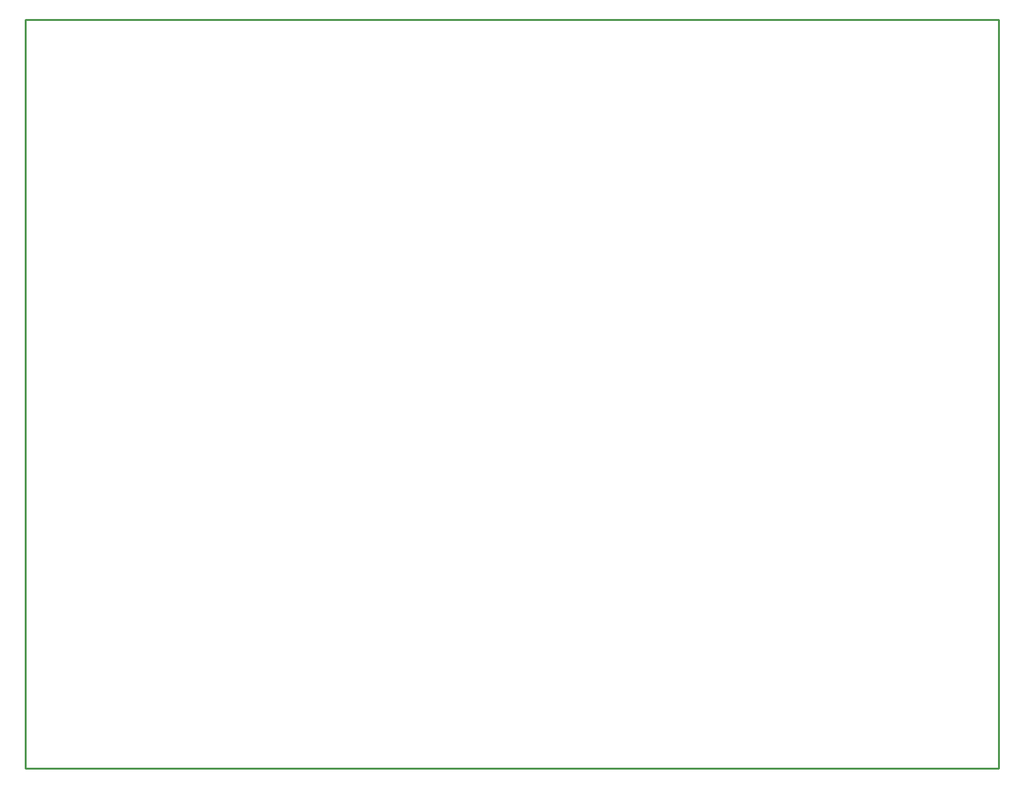
<source format=gm1>
%FSLAX24Y24*%
%MOIN*%
G70*
G01*
G75*
G04 Layer_Color=16711935*
%ADD10R,0.0413X0.0551*%
%ADD11C,0.0591*%
%ADD12C,0.1969*%
%ADD13C,0.0394*%
%ADD14C,0.0197*%
%ADD15C,0.0118*%
%ADD16C,0.2362*%
%ADD17C,0.1575*%
%ADD18C,0.0787*%
%ADD19C,0.1181*%
%ADD20C,0.0100*%
%ADD21C,0.2559*%
%ADD22C,0.0591*%
%ADD23C,0.1181*%
%ADD24C,0.0748*%
%ADD25C,0.0630*%
%ADD26C,0.1575*%
%ADD27C,0.0669*%
G04:AMPARAMS|DCode=28|XSize=59.1mil|YSize=59.1mil|CornerRadius=0mil|HoleSize=0mil|Usage=FLASHONLY|Rotation=90.000|XOffset=0mil|YOffset=0mil|HoleType=Round|Shape=Octagon|*
%AMOCTAGOND28*
4,1,8,0.0148,0.0295,-0.0148,0.0295,-0.0295,0.0148,-0.0295,-0.0148,-0.0148,-0.0295,0.0148,-0.0295,0.0295,-0.0148,0.0295,0.0148,0.0148,0.0295,0.0*
%
%ADD28OCTAGOND28*%

G04:AMPARAMS|DCode=29|XSize=118.1mil|YSize=118.1mil|CornerRadius=0mil|HoleSize=0mil|Usage=FLASHONLY|Rotation=0.000|XOffset=0mil|YOffset=0mil|HoleType=Round|Shape=Octagon|*
%AMOCTAGOND29*
4,1,8,0.0591,-0.0295,0.0591,0.0295,0.0295,0.0591,-0.0295,0.0591,-0.0591,0.0295,-0.0591,-0.0295,-0.0295,-0.0591,0.0295,-0.0591,0.0591,-0.0295,0.0*
%
%ADD29OCTAGOND29*%

%ADD30C,0.0709*%
%ADD31C,0.1969*%
%ADD32C,0.0984*%
%ADD33C,0.0600*%
G04:AMPARAMS|DCode=34|XSize=393.7mil|YSize=236.2mil|CornerRadius=82.7mil|HoleSize=0mil|Usage=FLASHONLY|Rotation=0.000|XOffset=0mil|YOffset=0mil|HoleType=Round|Shape=RoundedRectangle|*
%AMROUNDEDRECTD34*
21,1,0.3937,0.0709,0,0,0.0*
21,1,0.2283,0.2362,0,0,0.0*
1,1,0.1654,0.1142,-0.0354*
1,1,0.1654,-0.1142,-0.0354*
1,1,0.1654,-0.1142,0.0354*
1,1,0.1654,0.1142,0.0354*
%
%ADD34ROUNDEDRECTD34*%
%ADD35C,0.0500*%
%ADD36R,0.0551X0.0413*%
G04:AMPARAMS|DCode=37|XSize=55mil|YSize=60mil|CornerRadius=13.8mil|HoleSize=0mil|Usage=FLASHONLY|Rotation=180.000|XOffset=0mil|YOffset=0mil|HoleType=Round|Shape=RoundedRectangle|*
%AMROUNDEDRECTD37*
21,1,0.0550,0.0325,0,0,180.0*
21,1,0.0275,0.0600,0,0,180.0*
1,1,0.0275,-0.0138,0.0163*
1,1,0.0275,0.0138,0.0163*
1,1,0.0275,0.0138,-0.0163*
1,1,0.0275,-0.0138,-0.0163*
%
%ADD37ROUNDEDRECTD37*%
%ADD38R,0.0787X0.0472*%
%ADD39R,0.2205X0.2205*%
%ADD40C,0.0295*%
%ADD41C,0.0079*%
%ADD42C,0.0039*%
%ADD43C,0.0050*%
%ADD44C,0.0059*%
%ADD45R,0.1181X0.1969*%
%ADD46R,0.0493X0.0631*%
%ADD47C,0.2049*%
%ADD48C,0.0474*%
%ADD49C,0.2639*%
%ADD50C,0.0671*%
%ADD51C,0.1261*%
%ADD52C,0.0828*%
%ADD53C,0.0710*%
%ADD54C,0.1655*%
%ADD55C,0.0749*%
G04:AMPARAMS|DCode=56|XSize=67.1mil|YSize=67.1mil|CornerRadius=0mil|HoleSize=0mil|Usage=FLASHONLY|Rotation=90.000|XOffset=0mil|YOffset=0mil|HoleType=Round|Shape=Octagon|*
%AMOCTAGOND56*
4,1,8,0.0168,0.0335,-0.0168,0.0335,-0.0335,0.0168,-0.0335,-0.0168,-0.0168,-0.0335,0.0168,-0.0335,0.0335,-0.0168,0.0335,0.0168,0.0168,0.0335,0.0*
%
%ADD56OCTAGOND56*%

G04:AMPARAMS|DCode=57|XSize=126.1mil|YSize=126.1mil|CornerRadius=0mil|HoleSize=0mil|Usage=FLASHONLY|Rotation=0.000|XOffset=0mil|YOffset=0mil|HoleType=Round|Shape=Octagon|*
%AMOCTAGOND57*
4,1,8,0.0631,-0.0315,0.0631,0.0315,0.0315,0.0631,-0.0315,0.0631,-0.0631,0.0315,-0.0631,-0.0315,-0.0315,-0.0631,0.0315,-0.0631,0.0631,-0.0315,0.0*
%
%ADD57OCTAGOND57*%

%ADD58C,0.0789*%
%ADD59C,0.2049*%
%ADD60C,0.1064*%
%ADD61C,0.0680*%
G04:AMPARAMS|DCode=62|XSize=401.7mil|YSize=244.2mil|CornerRadius=86.7mil|HoleSize=0mil|Usage=FLASHONLY|Rotation=0.000|XOffset=0mil|YOffset=0mil|HoleType=Round|Shape=RoundedRectangle|*
%AMROUNDEDRECTD62*
21,1,0.4017,0.0709,0,0,0.0*
21,1,0.2283,0.2442,0,0,0.0*
1,1,0.1734,0.1142,-0.0354*
1,1,0.1734,-0.1142,-0.0354*
1,1,0.1734,-0.1142,0.0354*
1,1,0.1734,0.1142,0.0354*
%
%ADD62ROUNDEDRECTD62*%
%ADD63R,0.0631X0.0493*%
G04:AMPARAMS|DCode=64|XSize=63mil|YSize=68mil|CornerRadius=17.8mil|HoleSize=0mil|Usage=FLASHONLY|Rotation=180.000|XOffset=0mil|YOffset=0mil|HoleType=Round|Shape=RoundedRectangle|*
%AMROUNDEDRECTD64*
21,1,0.0630,0.0325,0,0,180.0*
21,1,0.0275,0.0680,0,0,180.0*
1,1,0.0355,-0.0138,0.0163*
1,1,0.0355,0.0138,0.0163*
1,1,0.0355,0.0138,-0.0163*
1,1,0.0355,-0.0138,-0.0163*
%
%ADD64ROUNDEDRECTD64*%
%ADD65R,0.0867X0.0552*%
%ADD66R,0.2285X0.2285*%
%ADD67C,0.2442*%
%ADD68C,0.0098*%
%ADD69R,0.0200X0.0600*%
D20*
X62992Y7874D02*
Y47244D01*
X11811D02*
X62992D01*
X11811Y7874D02*
Y47244D01*
Y7874D02*
X62992D01*
M02*

</source>
